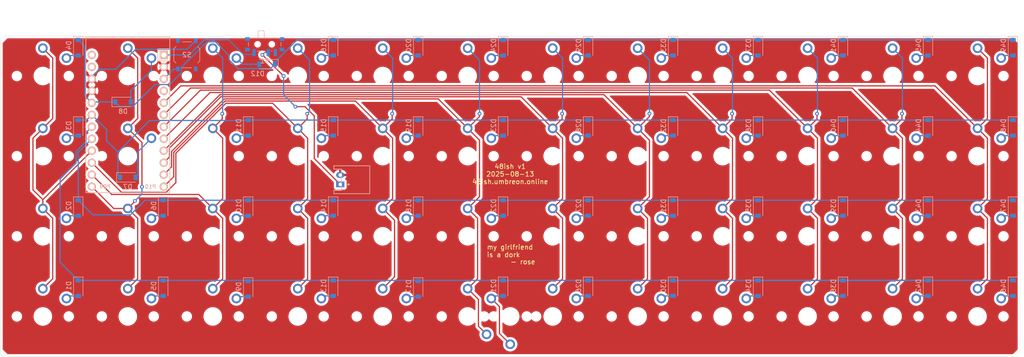
<source format=kicad_pcb>
(kicad_pcb
	(version 20241229)
	(generator "pcbnew")
	(generator_version "9.0")
	(general
		(thickness 1.6)
		(legacy_teardrops no)
	)
	(paper "A3")
	(title_block
		(title "plank")
		(rev "v1.0.0")
		(company "Unknown")
	)
	(layers
		(0 "F.Cu" signal)
		(2 "B.Cu" signal)
		(9 "F.Adhes" user "F.Adhesive")
		(11 "B.Adhes" user "B.Adhesive")
		(13 "F.Paste" user)
		(15 "B.Paste" user)
		(5 "F.SilkS" user "F.Silkscreen")
		(7 "B.SilkS" user "B.Silkscreen")
		(1 "F.Mask" user)
		(3 "B.Mask" user)
		(17 "Dwgs.User" user "User.Drawings")
		(19 "Cmts.User" user "User.Comments")
		(21 "Eco1.User" user "User.Eco1")
		(23 "Eco2.User" user "User.Eco2")
		(25 "Edge.Cuts" user)
		(27 "Margin" user)
		(31 "F.CrtYd" user "F.Courtyard")
		(29 "B.CrtYd" user "B.Courtyard")
		(35 "F.Fab" user)
		(33 "B.Fab" user)
	)
	(setup
		(pad_to_mask_clearance 0)
		(allow_soldermask_bridges_in_footprints no)
		(tenting front back)
		(pcbplotparams
			(layerselection 0x00000000_00000000_55555555_5755f5ff)
			(plot_on_all_layers_selection 0x00000000_00000000_00000000_00000000)
			(disableapertmacros no)
			(usegerberextensions no)
			(usegerberattributes yes)
			(usegerberadvancedattributes yes)
			(creategerberjobfile yes)
			(dashed_line_dash_ratio 12.000000)
			(dashed_line_gap_ratio 3.000000)
			(svgprecision 4)
			(plotframeref no)
			(mode 1)
			(useauxorigin no)
			(hpglpennumber 1)
			(hpglpenspeed 20)
			(hpglpendiameter 15.000000)
			(pdf_front_fp_property_popups yes)
			(pdf_back_fp_property_popups yes)
			(pdf_metadata yes)
			(pdf_single_document no)
			(dxfpolygonmode yes)
			(dxfimperialunits yes)
			(dxfusepcbnewfont yes)
			(psnegative no)
			(psa4output no)
			(plot_black_and_white yes)
			(sketchpadsonfab no)
			(plotpadnumbers no)
			(hidednponfab no)
			(sketchdnponfab yes)
			(crossoutdnponfab yes)
			(subtractmaskfromsilk no)
			(outputformat 1)
			(mirror no)
			(drillshape 0)
			(scaleselection 1)
			(outputdirectory "/home/erin/Downloads/48ish-out")
		)
	)
	(net 0 "")
	(net 1 "one_modrow")
	(net 2 "one")
	(net 3 "one_bottom")
	(net 4 "one_home")
	(net 5 "one_top")
	(net 6 "two_modrow")
	(net 7 "two")
	(net 8 "two_bottom")
	(net 9 "two_home")
	(net 10 "two_top")
	(net 11 "three_modrow")
	(net 12 "three")
	(net 13 "three_bottom")
	(net 14 "three_home")
	(net 15 "three_top")
	(net 16 "four_modrow")
	(net 17 "four")
	(net 18 "four_bottom")
	(net 19 "four_home")
	(net 20 "four_top")
	(net 21 "five_modrow")
	(net 22 "five")
	(net 23 "five_bottom")
	(net 24 "five_home")
	(net 25 "five_top")
	(net 26 "six_modrow")
	(net 27 "six")
	(net 28 "six_bottom")
	(net 29 "six_home")
	(net 30 "six_top")
	(net 31 "seven")
	(net 32 "seven_modrow")
	(net 33 "seven_bottom")
	(net 34 "seven_home")
	(net 35 "seven_top")
	(net 36 "eight_modrow")
	(net 37 "eight")
	(net 38 "eight_bottom")
	(net 39 "eight_home")
	(net 40 "eight_top")
	(net 41 "nine_modrow")
	(net 42 "nine")
	(net 43 "nine_bottom")
	(net 44 "nine_home")
	(net 45 "nine_top")
	(net 46 "ten_modrow")
	(net 47 "ten")
	(net 48 "ten_bottom")
	(net 49 "ten_home")
	(net 50 "ten_top")
	(net 51 "eleven_modrow")
	(net 52 "eleven")
	(net 53 "eleven_bottom")
	(net 54 "eleven_home")
	(net 55 "eleven_top")
	(net 56 "twelve_modrow")
	(net 57 "twelve")
	(net 58 "twelve_bottom")
	(net 59 "twelve_home")
	(net 60 "twelve_top")
	(net 61 "modrow")
	(net 62 "bottom")
	(net 63 "home")
	(net 64 "top")
	(net 65 "RAW")
	(net 66 "GND")
	(net 67 "RST")
	(net 68 "VCC")
	(net 69 "P1")
	(net 70 "P0")
	(net 71 "BAT")
	(footprint "PG1350" (layer "F.Cu") (at 162 -68))
	(footprint "PG1350" (layer "F.Cu") (at 108 -68))
	(footprint "PG1350" (layer "F.Cu") (at 72 -51))
	(footprint "PG1350" (layer "F.Cu") (at 18 -68))
	(footprint "PG1350" (layer "F.Cu") (at 180 -51))
	(footprint "PG1350" (layer "F.Cu") (at 108 -51))
	(footprint "PG1350" (layer "F.Cu") (at 54 -34))
	(footprint "PG1350" (layer "F.Cu") (at 0 -34))
	(footprint "PG1350" (layer "F.Cu") (at 36 -68))
	(footprint "PG1350" (layer "F.Cu") (at 144 -68))
	(footprint "PG1350" (layer "F.Cu") (at 72 -68))
	(footprint "PG1350" (layer "F.Cu") (at 72 -17))
	(footprint "PG1350" (layer "F.Cu") (at 180 -68))
	(footprint "PG1350" (layer "F.Cu") (at 54 -51))
	(footprint "PG1350" (layer "F.Cu") (at 90 -68))
	(footprint "PG1350" (layer "F.Cu") (at 36 -51))
	(footprint "PG1350" (layer "F.Cu") (at 108 -34))
	(footprint "PG1350" (layer "F.Cu") (at 18 -34))
	(footprint "PG1350" (layer "F.Cu") (at 0 -17))
	(footprint "JST_PH_S2B-PH-K_02x2.00mm_Angled" (layer "F.Cu") (at 63 -46 90))
	(footprint "PG1350" (layer "F.Cu") (at 126 -34))
	(footprint "PG1350" (layer "F.Cu") (at 36 -17))
	(footprint "PG1350" (layer "F.Cu") (at 72 -34))
	(footprint "PG1350" (layer "F.Cu") (at 144 -17))
	(footprint "PG1350" (layer "F.Cu") (at 144 -51))
	(footprint "PG1350" (layer "F.Cu") (at 90 -17))
	(footprint "PG1350" (layer "F.Cu") (at 54 -17))
	(footprint "PG1350" (layer "F.Cu") (at 162 -51))
	(footprint "PG1350" (layer "F.Cu") (at 99 -17 180))
	(footprint "PG1350" (layer "F.Cu") (at 198 -68))
	(footprint "PG1350" (layer "F.Cu") (at 126 -51))
	(footprint "PG1350" (layer "F.Cu") (at 180 -34))
	(footprint "PG1350" (layer "F.Cu") (at 126 -68))
	(footprint "PG1350" (layer "F.Cu") (at 90 -34))
	(footprint "PG1350" (layer "F.Cu") (at 162 -34))
	(footprint "PG1350" (layer "F.Cu") (at 90 -51))
	(footprint "PG1350" (layer "F.Cu") (at 144 -34))
	(footprint "PG1350" (layer "F.Cu") (at 54 -68))
	(footprint "PG1350" (layer "F.Cu") (at 198 -17))
	(footprint "PG1350" (layer "F.Cu") (at 180 -17))
	(footprint "PG1350" (layer "F.Cu") (at 162 -17))
	(footprint "PG1350" (layer "F.Cu") (at 18 -17))
	(footprint "PG1350" (layer "F.Cu") (at 126 -17))
	(footprint "PG1350" (layer "F.Cu") (at 18 -51))
	(footprint "PG1350" (layer "F.Cu") (at 0 -68))
	(footprint "PG1350" (layer "F.Cu") (at 36 -34))
	(footprint "PG1350" (layer "F.Cu") (at 198 -51))
	(footprint "PG1350" (layer "F.Cu") (at 108 -17))
	(footprint "PG1350" (layer "F.Cu") (at 198 -34))
	(footprint "PG1350" (layer "F.Cu") (at 0 -51))
	(footprint "Button_Switch_SMD:SW_SPDT_PCM12"
		(layer "B.Cu")
		(uuid "00000000-0000-0000-0000-00005bf2cc3c")
		(at 47 -74.4)
		(descr "Ultraminiature Surface Mount Slide Switch, right-angle, https://www.ckswitches.com/media/1424/pcm.pdf")
		(property "Reference" "S1"
			(at 0 3.2 0)
			(layer "B.SilkS")
			(uuid "ba3ad43d-dec1-442d-b9bf-0a5c22c8813e")
			(effects
				(font
					(size 1 1)
					(thickness 0.15)
				)
				(justify mirror)
			)
		)
		(property "Value" ""
			(at 0 -4.25 0)
			(layer "B.Fab")
			(uuid "55d02865-1639-47e2-960b-5c5d2d9fe983")
			(effects
				(font
					(size 1 1)
					(thickness 0.15)
				)
				(justify mirror)
			)
		)
		(property "Datasheet" ""
			(at 0 0 180)
			(unlocked yes)
			(layer "B.Fab")
			(hide yes)
			(uuid "5bbd18a2-010d-459a-92eb-416fa07392f5")
			(effects
				(font
					(size 1.27 1.27)
					(thickness 0.15)
				)
				(justify mirror)
			)
		)
		(property "Description" ""
			(at 0 0 180)
			(unlocked yes)
			(layer "B.Fab")
			(hide yes)
			(uuid "7204063f-6338-4535-992e-cbc33bee96ca")
			(effects
				(font
					(size 1.27 1.27)
					(thickness 0.15)
				)
				(justify mirror)
			)
		)
		(attr smd)
		(fp_line
			(start -3.45 0.07)
			(end -3.45 -0.72)
			(stroke
				(width 0.12)
				(type solid)
			)
			(layer "B.SilkS")
			(uuid "b0c925a1-755f-44aa-90f6-d61ecb35cb34")
		)
		(fp_line
			(start -2.85 -1.73)
			(end 2.85 -1.73)
			(stroke
				(width 0.12)
				(type solid)
			)
			(layer "B.SilkS")
			(uuid "32ad5941-ac00-4754-b787-a877c737d6d8")
		)
		(fp_line
			(s
... [767050 chars truncated]
</source>
